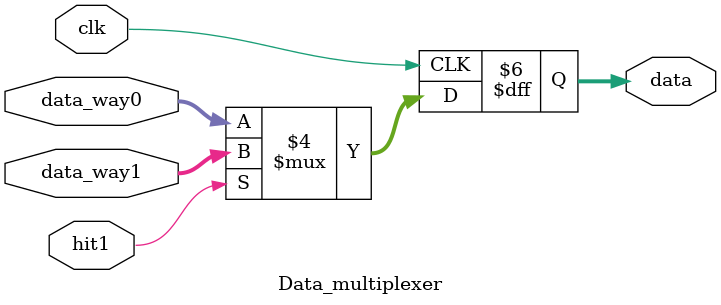
<source format=v>
module Data_multiplexer(
    input clk,
    input [31:0]data_way0,
    input [31:0]data_way1,
    input hit1,
    output reg[31:0]data
);
    always @(posedge clk) begin
        if(hit1==0) begin
            data=data_way0;
        end else begin
            data=data_way1;
        end
    end
endmodule

</source>
